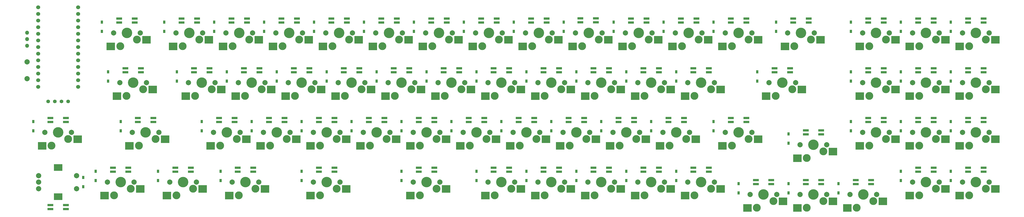
<source format=gbs>
G04 #@! TF.GenerationSoftware,KiCad,Pcbnew,(5.1.12)-1*
G04 #@! TF.CreationDate,2023-11-04T13:46:32+09:00*
G04 #@! TF.ProjectId,jtnk66w,6a746e6b-3636-4772-9e6b-696361645f70,rev?*
G04 #@! TF.SameCoordinates,Original*
G04 #@! TF.FileFunction,Soldermask,Bot*
G04 #@! TF.FilePolarity,Negative*
%FSLAX46Y46*%
G04 Gerber Fmt 4.6, Leading zero omitted, Abs format (unit mm)*
G04 Created by KiCad (PCBNEW (5.1.12)-1) date 2023-11-04 13:46:32*
%MOMM*%
%LPD*%
G01*
G04 APERTURE LIST*
%ADD10R,3.300000X3.000000*%
%ADD11C,2.000000*%
%ADD12C,4.000000*%
%ADD13C,3.000000*%
%ADD14C,1.524000*%
%ADD15R,3.200000X2.500000*%
%ADD16C,1.397000*%
%ADD17R,2.200000X0.820000*%
%ADD18O,1.500000X1.500000*%
%ADD19R,0.950000X1.300000*%
G04 APERTURE END LIST*
D10*
X305794000Y-67032500D03*
D11*
X317024000Y-61912500D03*
X306864000Y-61912500D03*
D12*
X311944000Y-61912500D03*
D13*
X309404000Y-66992500D03*
X315754000Y-64452500D03*
D10*
X319394000Y-64492500D03*
X170062000Y-105132000D03*
D11*
X181292000Y-100012000D03*
X171132000Y-100012000D03*
D12*
X176212000Y-100012000D03*
D13*
X173672000Y-105092000D03*
X180022000Y-102552000D03*
D10*
X183662000Y-102592000D03*
X131962000Y-105132000D03*
D11*
X143192000Y-100012000D03*
X133032000Y-100012000D03*
D12*
X138112000Y-100012000D03*
D13*
X135572000Y-105092000D03*
X141922000Y-102552000D03*
D10*
X145562000Y-102592000D03*
X62906200Y-86082500D03*
D11*
X74136200Y-80962500D03*
X63976200Y-80962500D03*
D12*
X69056200Y-80962500D03*
D13*
X66516200Y-86042500D03*
X72866200Y-83502500D03*
D10*
X76506200Y-83542500D03*
D14*
X43282400Y-35528200D03*
X43282400Y-38068200D03*
X43282400Y-40608200D03*
X43282400Y-43148200D03*
X43282400Y-45688200D03*
X43282400Y-48228200D03*
X43282400Y-50768200D03*
X43282400Y-53308200D03*
X43282400Y-55848200D03*
X43282400Y-58388200D03*
X43282400Y-60928200D03*
X43282400Y-63468200D03*
X28062400Y-63468200D03*
X28062400Y-60928200D03*
X28062400Y-58388200D03*
X28062400Y-55848200D03*
X28062400Y-53308200D03*
X28062400Y-50768200D03*
X28062400Y-48228200D03*
X28062400Y-45688200D03*
X28062400Y-43148200D03*
X28062400Y-40608200D03*
X28062400Y-38068200D03*
X28062400Y-35528200D03*
X28062400Y-32988200D03*
X43282400Y-32988200D03*
D11*
X23812500Y-53900000D03*
X23812500Y-60400000D03*
D10*
X379612000Y-105132000D03*
D11*
X390842000Y-100012000D03*
X380682000Y-100012000D03*
D12*
X385762000Y-100012000D03*
D13*
X383222000Y-105092000D03*
X389572000Y-102552000D03*
D10*
X393212000Y-102592000D03*
X379612000Y-86082500D03*
D11*
X390842000Y-80962500D03*
X380682000Y-80962500D03*
D12*
X385762000Y-80962500D03*
D13*
X383222000Y-86042500D03*
X389572000Y-83502500D03*
D10*
X393212000Y-83542500D03*
X379612000Y-67032500D03*
D11*
X390842000Y-61912500D03*
X380682000Y-61912500D03*
D12*
X385762000Y-61912500D03*
D13*
X383222000Y-66992500D03*
X389572000Y-64452500D03*
D10*
X393212000Y-64492500D03*
X379612000Y-47982500D03*
D11*
X390842000Y-42862500D03*
X380682000Y-42862500D03*
D12*
X385762000Y-42862500D03*
D13*
X383222000Y-47942500D03*
X389572000Y-45402500D03*
D10*
X393212000Y-45442500D03*
X360562000Y-105132000D03*
D11*
X371792000Y-100012000D03*
X361632000Y-100012000D03*
D12*
X366712000Y-100012000D03*
D13*
X364172000Y-105092000D03*
X370522000Y-102552000D03*
D10*
X374162000Y-102592000D03*
X360562000Y-86082500D03*
D11*
X371792000Y-80962500D03*
X361632000Y-80962500D03*
D12*
X366712000Y-80962500D03*
D13*
X364172000Y-86042500D03*
X370522000Y-83502500D03*
D10*
X374162000Y-83542500D03*
X360562000Y-67032500D03*
D11*
X371792000Y-61912500D03*
X361632000Y-61912500D03*
D12*
X366712000Y-61912500D03*
D13*
X364172000Y-66992500D03*
X370522000Y-64452500D03*
D10*
X374162000Y-64492500D03*
X360562000Y-47982500D03*
D11*
X371792000Y-42862500D03*
X361632000Y-42862500D03*
D12*
X366712000Y-42862500D03*
D13*
X364172000Y-47942500D03*
X370522000Y-45402500D03*
D10*
X374162000Y-45442500D03*
X336750000Y-109895000D03*
D11*
X347980000Y-104775000D03*
X337820000Y-104775000D03*
D12*
X342900000Y-104775000D03*
D13*
X340360000Y-109855000D03*
X346710000Y-107315000D03*
D10*
X350350000Y-107355000D03*
X341512000Y-86082500D03*
D11*
X352742000Y-80962500D03*
X342582000Y-80962500D03*
D12*
X347662000Y-80962500D03*
D13*
X345122000Y-86042500D03*
X351472000Y-83502500D03*
D10*
X355112000Y-83542500D03*
X341512000Y-67032500D03*
D11*
X352742000Y-61912500D03*
X342582000Y-61912500D03*
D12*
X347662000Y-61912500D03*
D13*
X345122000Y-66992500D03*
X351472000Y-64452500D03*
D10*
X355112000Y-64492500D03*
X341512000Y-47982500D03*
D11*
X352742000Y-42862500D03*
X342582000Y-42862500D03*
D12*
X347662000Y-42862500D03*
D13*
X345122000Y-47942500D03*
X351472000Y-45402500D03*
D10*
X355112000Y-45442500D03*
X312938000Y-47982500D03*
D11*
X324168000Y-42862500D03*
X314008000Y-42862500D03*
D12*
X319088000Y-42862500D03*
D13*
X316548000Y-47942500D03*
X322898000Y-45402500D03*
D10*
X326538000Y-45442500D03*
X317700000Y-109895000D03*
D11*
X328930000Y-104775000D03*
X318770000Y-104775000D03*
D12*
X323850000Y-104775000D03*
D13*
X321310000Y-109855000D03*
X327660000Y-107315000D03*
D10*
X331300000Y-107355000D03*
X317700000Y-90845000D03*
D11*
X328930000Y-85725000D03*
X318770000Y-85725000D03*
D12*
X323850000Y-85725000D03*
D13*
X321310000Y-90805000D03*
X327660000Y-88265000D03*
D10*
X331300000Y-88305000D03*
X289125000Y-47982500D03*
D11*
X300355000Y-42862500D03*
X290195000Y-42862500D03*
D12*
X295275000Y-42862500D03*
D13*
X292735000Y-47942500D03*
X299085000Y-45402500D03*
D10*
X302725000Y-45442500D03*
X298650000Y-109895000D03*
D11*
X309880000Y-104775000D03*
X299720000Y-104775000D03*
D12*
X304800000Y-104775000D03*
D13*
X302260000Y-109855000D03*
X308610000Y-107315000D03*
D10*
X312250000Y-107355000D03*
X289125000Y-86082500D03*
D11*
X300355000Y-80962500D03*
X290195000Y-80962500D03*
D12*
X295275000Y-80962500D03*
D13*
X292735000Y-86042500D03*
X299085000Y-83502500D03*
D10*
X302725000Y-83542500D03*
X274838000Y-67032500D03*
D11*
X286068000Y-61912500D03*
X275908000Y-61912500D03*
D12*
X280988000Y-61912500D03*
D13*
X278448000Y-66992500D03*
X284798000Y-64452500D03*
D10*
X288438000Y-64492500D03*
X270075000Y-47982500D03*
D11*
X281305000Y-42862500D03*
X271145000Y-42862500D03*
D12*
X276225000Y-42862500D03*
D13*
X273685000Y-47942500D03*
X280035000Y-45402500D03*
D10*
X283675000Y-45442500D03*
X274838000Y-105132000D03*
D11*
X286068000Y-100012000D03*
X275908000Y-100012000D03*
D12*
X280988000Y-100012000D03*
D13*
X278448000Y-105092000D03*
X284798000Y-102552000D03*
D10*
X288438000Y-102592000D03*
X265312000Y-86082500D03*
D11*
X276542000Y-80962500D03*
X266382000Y-80962500D03*
D12*
X271462000Y-80962500D03*
D13*
X268922000Y-86042500D03*
X275272000Y-83502500D03*
D10*
X278912000Y-83542500D03*
X255788000Y-67032500D03*
D11*
X267018000Y-61912500D03*
X256858000Y-61912500D03*
D12*
X261938000Y-61912500D03*
D13*
X259398000Y-66992500D03*
X265748000Y-64452500D03*
D10*
X269388000Y-64492500D03*
X251025000Y-47982500D03*
D11*
X262255000Y-42862500D03*
X252095000Y-42862500D03*
D12*
X257175000Y-42862500D03*
D13*
X254635000Y-47942500D03*
X260985000Y-45402500D03*
D10*
X264625000Y-45442500D03*
X255788000Y-105132000D03*
D11*
X267018000Y-100012000D03*
X256858000Y-100012000D03*
D12*
X261938000Y-100012000D03*
D13*
X259398000Y-105092000D03*
X265748000Y-102552000D03*
D10*
X269388000Y-102592000D03*
X246262000Y-86082500D03*
D11*
X257492000Y-80962500D03*
X247332000Y-80962500D03*
D12*
X252412000Y-80962500D03*
D13*
X249872000Y-86042500D03*
X256222000Y-83502500D03*
D10*
X259862000Y-83542500D03*
X236738000Y-67032500D03*
D11*
X247968000Y-61912500D03*
X237808000Y-61912500D03*
D12*
X242888000Y-61912500D03*
D13*
X240348000Y-66992500D03*
X246698000Y-64452500D03*
D10*
X250338000Y-64492500D03*
X231975000Y-47982500D03*
D11*
X243205000Y-42862500D03*
X233045000Y-42862500D03*
D12*
X238125000Y-42862500D03*
D13*
X235585000Y-47942500D03*
X241935000Y-45402500D03*
D10*
X245575000Y-45442500D03*
X236738000Y-105132000D03*
D11*
X247968000Y-100012000D03*
X237808000Y-100012000D03*
D12*
X242888000Y-100012000D03*
D13*
X240348000Y-105092000D03*
X246698000Y-102552000D03*
D10*
X250338000Y-102592000D03*
X227212000Y-86082500D03*
D11*
X238442000Y-80962500D03*
X228282000Y-80962500D03*
D12*
X233362000Y-80962500D03*
D13*
X230822000Y-86042500D03*
X237172000Y-83502500D03*
D10*
X240812000Y-83542500D03*
X217688000Y-67032500D03*
D11*
X228918000Y-61912500D03*
X218758000Y-61912500D03*
D12*
X223838000Y-61912500D03*
D13*
X221298000Y-66992500D03*
X227648000Y-64452500D03*
D10*
X231288000Y-64492500D03*
X212925000Y-47982500D03*
D11*
X224155000Y-42862500D03*
X213995000Y-42862500D03*
D12*
X219075000Y-42862500D03*
D13*
X216535000Y-47942500D03*
X222885000Y-45402500D03*
D10*
X226525000Y-45442500D03*
X217688000Y-105132000D03*
D11*
X228918000Y-100012000D03*
X218758000Y-100012000D03*
D12*
X223838000Y-100012000D03*
D13*
X221298000Y-105092000D03*
X227648000Y-102552000D03*
D10*
X231288000Y-102592000D03*
X208162000Y-86082500D03*
D11*
X219392000Y-80962500D03*
X209232000Y-80962500D03*
D12*
X214312000Y-80962500D03*
D13*
X211772000Y-86042500D03*
X218122000Y-83502500D03*
D10*
X221762000Y-83542500D03*
X198638000Y-67032500D03*
D11*
X209868000Y-61912500D03*
X199708000Y-61912500D03*
D12*
X204788000Y-61912500D03*
D13*
X202248000Y-66992500D03*
X208598000Y-64452500D03*
D10*
X212238000Y-64492500D03*
X193875000Y-47982500D03*
D11*
X205105000Y-42862500D03*
X194945000Y-42862500D03*
D12*
X200025000Y-42862500D03*
D13*
X197485000Y-47942500D03*
X203835000Y-45402500D03*
D10*
X207475000Y-45442500D03*
X198638000Y-105132000D03*
D11*
X209868000Y-100012000D03*
X199708000Y-100012000D03*
D12*
X204788000Y-100012000D03*
D13*
X202248000Y-105092000D03*
X208598000Y-102552000D03*
D10*
X212238000Y-102592000D03*
X189112000Y-86082500D03*
D11*
X200342000Y-80962500D03*
X190182000Y-80962500D03*
D12*
X195262000Y-80962500D03*
D13*
X192722000Y-86042500D03*
X199072000Y-83502500D03*
D10*
X202712000Y-83542500D03*
X179588000Y-67032500D03*
D11*
X190818000Y-61912500D03*
X180658000Y-61912500D03*
D12*
X185738000Y-61912500D03*
D13*
X183198000Y-66992500D03*
X189548000Y-64452500D03*
D10*
X193188000Y-64492500D03*
X174825000Y-47982500D03*
D11*
X186055000Y-42862500D03*
X175895000Y-42862500D03*
D12*
X180975000Y-42862500D03*
D13*
X178435000Y-47942500D03*
X184785000Y-45402500D03*
D10*
X188425000Y-45442500D03*
X170062000Y-86082500D03*
D11*
X181292000Y-80962500D03*
X171132000Y-80962500D03*
D12*
X176212000Y-80962500D03*
D13*
X173672000Y-86042500D03*
X180022000Y-83502500D03*
D10*
X183662000Y-83542500D03*
X160538000Y-67032500D03*
D11*
X171768000Y-61912500D03*
X161608000Y-61912500D03*
D12*
X166688000Y-61912500D03*
D13*
X164148000Y-66992500D03*
X170498000Y-64452500D03*
D10*
X174138000Y-64492500D03*
X155775000Y-47982500D03*
D11*
X167005000Y-42862500D03*
X156845000Y-42862500D03*
D12*
X161925000Y-42862500D03*
D13*
X159385000Y-47942500D03*
X165735000Y-45402500D03*
D10*
X169375000Y-45442500D03*
X151012000Y-86082500D03*
D11*
X162242000Y-80962500D03*
X152082000Y-80962500D03*
D12*
X157162000Y-80962500D03*
D13*
X154622000Y-86042500D03*
X160972000Y-83502500D03*
D10*
X164612000Y-83542500D03*
X141488000Y-67032500D03*
D11*
X152718000Y-61912500D03*
X142558000Y-61912500D03*
D12*
X147638000Y-61912500D03*
D13*
X145098000Y-66992500D03*
X151448000Y-64452500D03*
D10*
X155088000Y-64492500D03*
X136725000Y-47982500D03*
D11*
X147955000Y-42862500D03*
X137795000Y-42862500D03*
D12*
X142875000Y-42862500D03*
D13*
X140335000Y-47942500D03*
X146685000Y-45402500D03*
D10*
X150325000Y-45442500D03*
X131962000Y-86082500D03*
D11*
X143192000Y-80962500D03*
X133032000Y-80962500D03*
D12*
X138112000Y-80962500D03*
D13*
X135572000Y-86042500D03*
X141922000Y-83502500D03*
D10*
X145562000Y-83542500D03*
X122438000Y-67032500D03*
D11*
X133668000Y-61912500D03*
X123508000Y-61912500D03*
D12*
X128588000Y-61912500D03*
D13*
X126048000Y-66992500D03*
X132398000Y-64452500D03*
D10*
X136038000Y-64492500D03*
X117675000Y-47982500D03*
D11*
X128905000Y-42862500D03*
X118745000Y-42862500D03*
D12*
X123825000Y-42862500D03*
D13*
X121285000Y-47942500D03*
X127635000Y-45402500D03*
D10*
X131275000Y-45442500D03*
X101006000Y-105132000D03*
D11*
X112236000Y-100012000D03*
X102076000Y-100012000D03*
D12*
X107156000Y-100012000D03*
D13*
X104616000Y-105092000D03*
X110966000Y-102552000D03*
D10*
X114606000Y-102592000D03*
X112912000Y-86082500D03*
D11*
X124142000Y-80962500D03*
X113982000Y-80962500D03*
D12*
X119062000Y-80962500D03*
D13*
X116522000Y-86042500D03*
X122872000Y-83502500D03*
D10*
X126512000Y-83542500D03*
X103388000Y-67032500D03*
D11*
X114618000Y-61912500D03*
X104458000Y-61912500D03*
D12*
X109538000Y-61912500D03*
D13*
X106998000Y-66992500D03*
X113348000Y-64452500D03*
D10*
X116988000Y-64492500D03*
X98625000Y-47982500D03*
D11*
X109855000Y-42862500D03*
X99695000Y-42862500D03*
D12*
X104775000Y-42862500D03*
D13*
X102235000Y-47942500D03*
X108585000Y-45402500D03*
D10*
X112225000Y-45442500D03*
X77193800Y-105132000D03*
D11*
X88423800Y-100012000D03*
X78263800Y-100012000D03*
D12*
X83343800Y-100012000D03*
D13*
X80803800Y-105092000D03*
X87153800Y-102552000D03*
D10*
X90793800Y-102592000D03*
X93862000Y-86082500D03*
D11*
X105092000Y-80962500D03*
X94932000Y-80962500D03*
D12*
X100012000Y-80962500D03*
D13*
X97472000Y-86042500D03*
X103822000Y-83502500D03*
D10*
X107462000Y-83542500D03*
X84337500Y-67032500D03*
D11*
X95567500Y-61912500D03*
X85407500Y-61912500D03*
D12*
X90487500Y-61912500D03*
D13*
X87947500Y-66992500D03*
X94297500Y-64452500D03*
D10*
X97937500Y-64492500D03*
X79575000Y-47982500D03*
D11*
X90805000Y-42862500D03*
X80645000Y-42862500D03*
D12*
X85725000Y-42862500D03*
D13*
X83185000Y-47942500D03*
X89535000Y-45402500D03*
D10*
X93175000Y-45442500D03*
X53381200Y-105132000D03*
D11*
X64611200Y-100012000D03*
X54451200Y-100012000D03*
D12*
X59531200Y-100012000D03*
D13*
X56991200Y-105092000D03*
X63341200Y-102552000D03*
D10*
X66981200Y-102592000D03*
X58143800Y-67032500D03*
D11*
X69373800Y-61912500D03*
X59213800Y-61912500D03*
D12*
X64293800Y-61912500D03*
D13*
X61753800Y-66992500D03*
X68103800Y-64452500D03*
D10*
X71743800Y-64492500D03*
X55762500Y-47982500D03*
D11*
X66992500Y-42862500D03*
X56832500Y-42862500D03*
D12*
X61912500Y-42862500D03*
D13*
X59372500Y-47942500D03*
X65722500Y-45402500D03*
D10*
X69362500Y-45442500D03*
D11*
X42718800Y-102512000D03*
X42718800Y-97512000D03*
D15*
X35718800Y-105612000D03*
X35718800Y-94412000D03*
D11*
X28218800Y-102512000D03*
X28218800Y-100012000D03*
X28218800Y-97512000D03*
D10*
X29568800Y-86082500D03*
D11*
X40798800Y-80962500D03*
X30638800Y-80962500D03*
D12*
X35718800Y-80962500D03*
D13*
X33178800Y-86042500D03*
X39528800Y-83502500D03*
D10*
X43168800Y-83542500D03*
D16*
X39528800Y-69056200D03*
X36988800Y-69056200D03*
X34448800Y-69056200D03*
X31908800Y-69056200D03*
D17*
X382812000Y-96000000D03*
X382812000Y-94500000D03*
X388712000Y-94500000D03*
X388712000Y-96000000D03*
X382812000Y-76950000D03*
X382812000Y-75450000D03*
X388712000Y-75450000D03*
X388712000Y-76950000D03*
X382812000Y-57900000D03*
X382812000Y-56400000D03*
X388712000Y-56400000D03*
X388712000Y-57900000D03*
X382812000Y-38850000D03*
X382812000Y-37350000D03*
X388712000Y-37350000D03*
X388712000Y-38850000D03*
X363762000Y-38850000D03*
X363762000Y-37350000D03*
X369662000Y-37350000D03*
X369662000Y-38850000D03*
X363762000Y-57900000D03*
X363762000Y-56400000D03*
X369662000Y-56400000D03*
X369662000Y-57900000D03*
X363762000Y-76950000D03*
X363762000Y-75450000D03*
X369662000Y-75450000D03*
X369662000Y-76950000D03*
X363762000Y-96000000D03*
X363762000Y-94500000D03*
X369662000Y-94500000D03*
X369662000Y-96000000D03*
X339950000Y-100762000D03*
X339950000Y-99262000D03*
X345850000Y-99262000D03*
X345850000Y-100762000D03*
X344712000Y-76950000D03*
X344712000Y-75450000D03*
X350612000Y-75450000D03*
X350612000Y-76950000D03*
X344712000Y-57900000D03*
X344712000Y-56400000D03*
X350612000Y-56400000D03*
X350612000Y-57900000D03*
X344712000Y-38850000D03*
X344712000Y-37350000D03*
X350612000Y-37350000D03*
X350612000Y-38850000D03*
X316138000Y-38850000D03*
X316138000Y-37350000D03*
X322038000Y-37350000D03*
X322038000Y-38850000D03*
X292325000Y-38850000D03*
X292325000Y-37350000D03*
X298225000Y-37350000D03*
X298225000Y-38850000D03*
X308994000Y-57900000D03*
X308994000Y-56400000D03*
X314894000Y-56400000D03*
X314894000Y-57900000D03*
X320900000Y-81712500D03*
X320900000Y-80212500D03*
X326800000Y-80212500D03*
X326800000Y-81712500D03*
X320900000Y-100762000D03*
X320900000Y-99262000D03*
X326800000Y-99262000D03*
X326800000Y-100762000D03*
X301850000Y-100762000D03*
X301850000Y-99262000D03*
X307750000Y-99262000D03*
X307750000Y-100762000D03*
X292325000Y-76950000D03*
X292325000Y-75450000D03*
X298225000Y-75450000D03*
X298225000Y-76950000D03*
X278038000Y-57900000D03*
X278038000Y-56400000D03*
X283938000Y-56400000D03*
X283938000Y-57900000D03*
X273275000Y-38850000D03*
X273275000Y-37350000D03*
X279175000Y-37350000D03*
X279175000Y-38850000D03*
X254225000Y-38850000D03*
X254225000Y-37350000D03*
X260125000Y-37350000D03*
X260125000Y-38850000D03*
X258988000Y-57900000D03*
X258988000Y-56400000D03*
X264888000Y-56400000D03*
X264888000Y-57900000D03*
X268512000Y-76950000D03*
X268512000Y-75450000D03*
X274412000Y-75450000D03*
X274412000Y-76950000D03*
X278038000Y-96000000D03*
X278038000Y-94500000D03*
X283938000Y-94500000D03*
X283938000Y-96000000D03*
X258988000Y-96000000D03*
X258988000Y-94500000D03*
X264888000Y-94500000D03*
X264888000Y-96000000D03*
X249462000Y-76950000D03*
X249462000Y-75450000D03*
X255362000Y-75450000D03*
X255362000Y-76950000D03*
X239938000Y-57900000D03*
X239938000Y-56400000D03*
X245838000Y-56400000D03*
X245838000Y-57900000D03*
X234956000Y-38750000D03*
X234956000Y-37250000D03*
X240856000Y-37250000D03*
X240856000Y-38750000D03*
X216125000Y-38850000D03*
X216125000Y-37350000D03*
X222025000Y-37350000D03*
X222025000Y-38850000D03*
X220888000Y-57900000D03*
X220888000Y-56400000D03*
X226788000Y-56400000D03*
X226788000Y-57900000D03*
X230412000Y-76950000D03*
X230412000Y-75450000D03*
X236312000Y-75450000D03*
X236312000Y-76950000D03*
X239938000Y-96000000D03*
X239938000Y-94500000D03*
X245838000Y-94500000D03*
X245838000Y-96000000D03*
X220888000Y-96000000D03*
X220888000Y-94500000D03*
X226788000Y-94500000D03*
X226788000Y-96000000D03*
X211362000Y-76950000D03*
X211362000Y-75450000D03*
X217262000Y-75450000D03*
X217262000Y-76950000D03*
X201838000Y-57900000D03*
X201838000Y-56400000D03*
X207738000Y-56400000D03*
X207738000Y-57900000D03*
X197075000Y-38850000D03*
X197075000Y-37350000D03*
X202975000Y-37350000D03*
X202975000Y-38850000D03*
X178025000Y-38850000D03*
X178025000Y-37350000D03*
X183925000Y-37350000D03*
X183925000Y-38850000D03*
X182788000Y-57900000D03*
X182788000Y-56400000D03*
X188688000Y-56400000D03*
X188688000Y-57900000D03*
X192312000Y-76950000D03*
X192312000Y-75450000D03*
X198212000Y-75450000D03*
X198212000Y-76950000D03*
X201838000Y-96000000D03*
X201838000Y-94500000D03*
X207738000Y-94500000D03*
X207738000Y-96000000D03*
X173262000Y-96000000D03*
X173262000Y-94500000D03*
X179162000Y-94500000D03*
X179162000Y-96000000D03*
X173262000Y-76950000D03*
X173262000Y-75450000D03*
X179162000Y-75450000D03*
X179162000Y-76950000D03*
X163738000Y-57900000D03*
X163738000Y-56400000D03*
X169638000Y-56400000D03*
X169638000Y-57900000D03*
X158975000Y-38850000D03*
X158975000Y-37350000D03*
X164875000Y-37350000D03*
X164875000Y-38850000D03*
X139925000Y-38850000D03*
X139925000Y-37350000D03*
X145825000Y-37350000D03*
X145825000Y-38850000D03*
X144688000Y-57900000D03*
X144688000Y-56400000D03*
X150588000Y-56400000D03*
X150588000Y-57900000D03*
X154212000Y-76950000D03*
X154212000Y-75450000D03*
X160112000Y-75450000D03*
X160112000Y-76950000D03*
X135162000Y-96000000D03*
X135162000Y-94500000D03*
X141062000Y-94500000D03*
X141062000Y-96000000D03*
X135162000Y-76950000D03*
X135162000Y-75450000D03*
X141062000Y-75450000D03*
X141062000Y-76950000D03*
X125638000Y-57900000D03*
X125638000Y-56400000D03*
X131538000Y-56400000D03*
X131538000Y-57900000D03*
X120875000Y-38850000D03*
X120875000Y-37350000D03*
X126775000Y-37350000D03*
X126775000Y-38850000D03*
X101825000Y-38850000D03*
X101825000Y-37350000D03*
X107725000Y-37350000D03*
X107725000Y-38850000D03*
X106588000Y-57900000D03*
X106588000Y-56400000D03*
X112488000Y-56400000D03*
X112488000Y-57900000D03*
X116112000Y-76950000D03*
X116112000Y-75450000D03*
X122012000Y-75450000D03*
X122012000Y-76950000D03*
X104206000Y-96000000D03*
X104206000Y-94500000D03*
X110106000Y-94500000D03*
X110106000Y-96000000D03*
X80393800Y-96000000D03*
X80393800Y-94500000D03*
X86293800Y-94500000D03*
X86293800Y-96000000D03*
X97062000Y-76950000D03*
X97062000Y-75450000D03*
X102962000Y-75450000D03*
X102962000Y-76950000D03*
X87537500Y-57900000D03*
X87537500Y-56400000D03*
X93437500Y-56400000D03*
X93437500Y-57900000D03*
X82775000Y-38850000D03*
X82775000Y-37350000D03*
X88675000Y-37350000D03*
X88675000Y-38850000D03*
X58962500Y-38850000D03*
X58962500Y-37350000D03*
X64862500Y-37350000D03*
X64862500Y-38850000D03*
X61343800Y-57900000D03*
X61343800Y-56400000D03*
X67243800Y-56400000D03*
X67243800Y-57900000D03*
X66106200Y-76950000D03*
X66106200Y-75450000D03*
X72006200Y-75450000D03*
X72006200Y-76950000D03*
X56581200Y-96000000D03*
X56581200Y-94500000D03*
X62481200Y-94500000D03*
X62481200Y-96000000D03*
X32768800Y-110288000D03*
X32768800Y-108788000D03*
X38668800Y-108788000D03*
X38668800Y-110288000D03*
X32768800Y-76950000D03*
X32768800Y-75450000D03*
X38668800Y-75450000D03*
X38668800Y-76950000D03*
D18*
X23862500Y-47743800D03*
X23862500Y-45243800D03*
X23862500Y-42743800D03*
D19*
X376238000Y-99406200D03*
X376238000Y-95856200D03*
X376238000Y-80356200D03*
X376238000Y-76806200D03*
X376238000Y-61306200D03*
X376238000Y-57756200D03*
X376238000Y-42256200D03*
X376238000Y-38706200D03*
X357188000Y-99406200D03*
X357188000Y-95856200D03*
X357188000Y-80356200D03*
X357188000Y-76806200D03*
X357188000Y-61306200D03*
X357188000Y-57756200D03*
X357188000Y-42256200D03*
X357188000Y-38706200D03*
X333375000Y-104169000D03*
X333375000Y-100619000D03*
X338138000Y-80356200D03*
X338138000Y-76806200D03*
X338138000Y-61306200D03*
X338138000Y-57756200D03*
X338138000Y-42256200D03*
X338138000Y-38706200D03*
X309562000Y-42256200D03*
X309562000Y-38706200D03*
X314325000Y-104169000D03*
X314325000Y-100619000D03*
X314325000Y-85118800D03*
X314325000Y-81568800D03*
X302419000Y-61306200D03*
X302419000Y-57756200D03*
X285750000Y-42256200D03*
X285750000Y-38706200D03*
X295275000Y-104169000D03*
X295275000Y-100619000D03*
X285750000Y-80356200D03*
X285750000Y-76806200D03*
X271462000Y-61306200D03*
X271462000Y-57756200D03*
X266700000Y-42256200D03*
X266700000Y-38706200D03*
X271462000Y-99406200D03*
X271462000Y-95856200D03*
X261938000Y-80356200D03*
X261938000Y-76806200D03*
X252412000Y-61306200D03*
X252412000Y-57756200D03*
X247650000Y-42256200D03*
X247650000Y-38706200D03*
X252412000Y-99406200D03*
X252412000Y-95856200D03*
X242888000Y-80356200D03*
X242888000Y-76806200D03*
X233362000Y-61306200D03*
X233362000Y-57756200D03*
X228600000Y-42256200D03*
X228600000Y-38706200D03*
X233362000Y-99406200D03*
X233362000Y-95856200D03*
X223838000Y-80356200D03*
X223838000Y-76806200D03*
X214312000Y-61306200D03*
X214312000Y-57756200D03*
X209550000Y-42256200D03*
X209550000Y-38706200D03*
X214312000Y-99406200D03*
X214312000Y-95856200D03*
X204788000Y-80356200D03*
X204788000Y-76806200D03*
X195262000Y-61306200D03*
X195262000Y-57756200D03*
X190500000Y-42256200D03*
X190500000Y-38706200D03*
X195262000Y-99406200D03*
X195262000Y-95856200D03*
X185738000Y-80356200D03*
X185738000Y-76806200D03*
X176212000Y-61306200D03*
X176212000Y-57756200D03*
X171450000Y-42256200D03*
X171450000Y-38706200D03*
X166688000Y-99406200D03*
X166688000Y-95856200D03*
X166688000Y-80356200D03*
X166688000Y-76806200D03*
X157162000Y-61306200D03*
X157162000Y-57756200D03*
X152400000Y-42256200D03*
X152400000Y-38706200D03*
X147638000Y-80356200D03*
X147638000Y-76806200D03*
X138112000Y-61306200D03*
X138112000Y-57756200D03*
X133350000Y-42256200D03*
X133350000Y-38706200D03*
X128588000Y-99406200D03*
X128588000Y-95856200D03*
X128588000Y-80356200D03*
X128588000Y-76806200D03*
X119062000Y-61306200D03*
X119062000Y-57756200D03*
X114300000Y-42256200D03*
X114300000Y-38706200D03*
X97631200Y-99406200D03*
X97631200Y-95856200D03*
X109538000Y-80356200D03*
X109538000Y-76806200D03*
X100012000Y-61306200D03*
X100012000Y-57756200D03*
X95250000Y-42256200D03*
X95250000Y-38706200D03*
X73818800Y-99406200D03*
X73818800Y-95856200D03*
X90487500Y-80356200D03*
X90487500Y-76806200D03*
X80962500Y-61306200D03*
X80962500Y-57756200D03*
X76200000Y-42256200D03*
X76200000Y-38706200D03*
X50006200Y-99406200D03*
X50006200Y-95856200D03*
X59531200Y-80356200D03*
X59531200Y-76806200D03*
X54768800Y-61306200D03*
X54768800Y-57756200D03*
X52387500Y-42256200D03*
X52387500Y-38706200D03*
X45243800Y-101787000D03*
X45243800Y-98237000D03*
X26193800Y-80356200D03*
X26193800Y-76806200D03*
M02*

</source>
